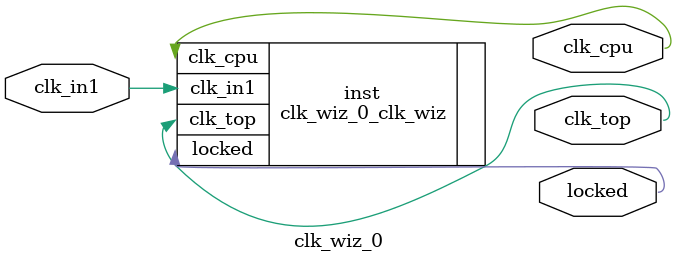
<source format=v>


`timescale 1ps/1ps

(* CORE_GENERATION_INFO = "clk_wiz_0,clk_wiz_v6_0_4_0_0,{component_name=clk_wiz_0,use_phase_alignment=true,use_min_o_jitter=false,use_max_i_jitter=false,use_dyn_phase_shift=false,use_inclk_switchover=false,use_dyn_reconfig=false,enable_axi=0,feedback_source=FDBK_AUTO,PRIMITIVE=PLL,num_out_clk=2,clkin1_period=10.000,clkin2_period=10.000,use_power_down=false,use_reset=false,use_locked=true,use_inclk_stopped=false,feedback_type=SINGLE,CLOCK_MGR_TYPE=NA,manual_override=false}" *)

module clk_wiz_0 
 (
  // Clock out ports
  output        clk_cpu,
  output        clk_top,
  // Status and control signals
  output        locked,
 // Clock in ports
  input         clk_in1
 );

  clk_wiz_0_clk_wiz inst
  (
  // Clock out ports  
  .clk_cpu(clk_cpu),
  .clk_top(clk_top),
  // Status and control signals               
  .locked(locked),
 // Clock in ports
  .clk_in1(clk_in1)
  );

endmodule

</source>
